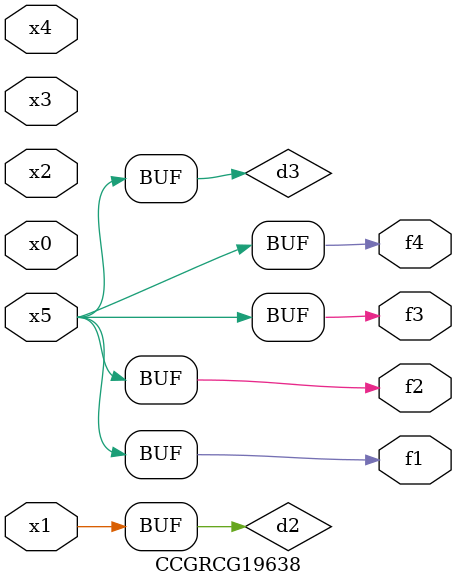
<source format=v>
module CCGRCG19638(
	input x0, x1, x2, x3, x4, x5,
	output f1, f2, f3, f4
);

	wire d1, d2, d3;

	not (d1, x5);
	or (d2, x1);
	xnor (d3, d1);
	assign f1 = d3;
	assign f2 = d3;
	assign f3 = d3;
	assign f4 = d3;
endmodule

</source>
